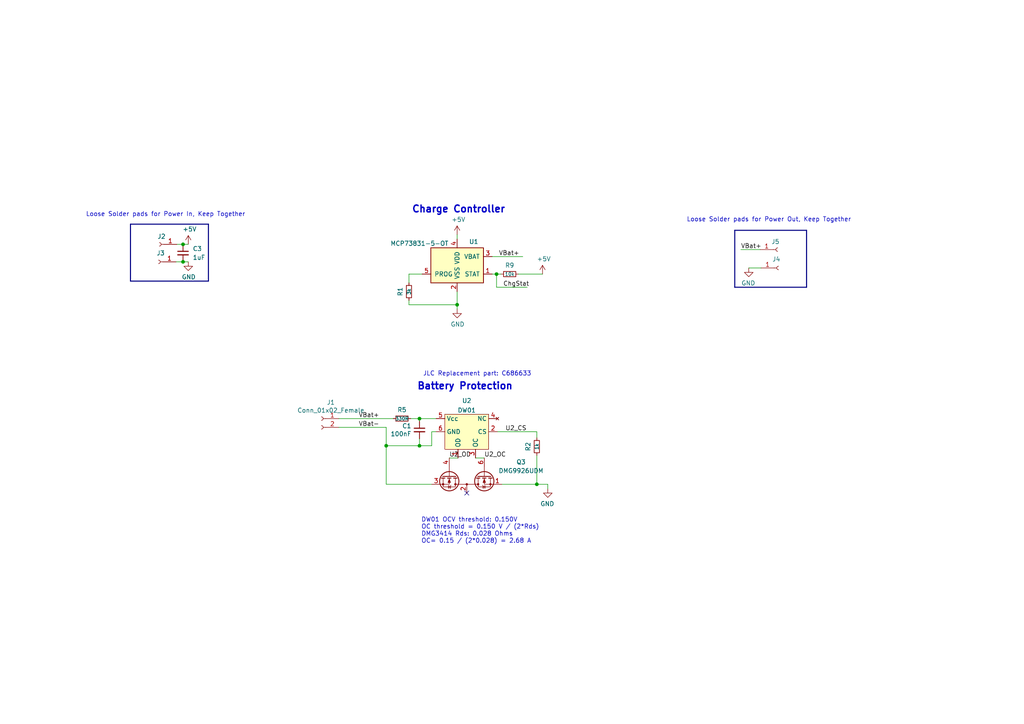
<source format=kicad_sch>
(kicad_sch (version 20230121) (generator eeschema)
  (paper "A4")
  (lib_symbols
    (symbol "Battery_Management:MCP73831-5-OT" (pin_names (offset 1.016))
      (property "Reference" "U" (at -7.62 6.35 0))
      (property "Value" "Battery_Management_MCP73831-5-OT" (at 1.27 6.35 0))
      (symbol "MCP73831-5-OT_0_1"
        (rectangle (start -7.62 5.08) (end 7.62 -5.08) (stroke (width 0.254)) (fill (type background)))
      )
      (symbol "MCP73831-5-OT_1_1"
        (pin output line (at 10.16 -2.54 180) (length 2.54) (name "STAT") (number "1"))
        (pin power_in line (at 0 -7.62 90) (length 2.54) (name "VSS") (number "2"))
        (pin power_out line (at 10.16 2.54 180) (length 2.54) (name "VBAT") (number "3"))
        (pin power_in line (at 0 7.62 270) (length 2.54) (name "VDD") (number "4"))
        (pin input line (at -10.16 -2.54 0) (length 2.54) (name "PROG") (number "5"))
      )
    )
    (symbol "C_Small_1" (pin_numbers hide) (pin_names (offset 0.254) hide)
      (property "Reference" "C" (at 0.254 1.778 0))
      (property "Value" "C_Small" (at 0.254 -2.032 0))
      (symbol "C_Small_1_0_1"
        (polyline (pts (xy -1.524 -0.508) (xy 1.524 -0.508)) (stroke (width 0.3302)))
        (polyline (pts (xy -1.524 0.508) (xy 1.524 0.508)) (stroke (width 0.3048)))
      )
      (symbol "C_Small_1_1_1"
        (pin passive line (at 0 2.54 270) (length 2.032) (name "~") (number "1"))
        (pin passive line (at 0 -2.54 90) (length 2.032) (name "~") (number "2"))
      )
    )
    (symbol "Connector:Conn_01x01_Socket" (pin_names (offset 1.016) hide)
      (property "Reference" "J" (at 0 2.54 0))
      (property "Value" "Conn_01x01_Socket" (at 0 -2.54 0))
      (symbol "Conn_01x01_Socket_1_1"
        (polyline (pts (xy -1.27 0) (xy -0.508 0)) (stroke (width 0.1524)))
        (arc (start 0 0.508) (mid -0.5058 0) (end 0 -0.508) (stroke (width 0.1524)))
        (pin passive line (at -5.08 0 0) (length 3.81) (name "Pin_1") (number "1"))
      )
    )
    (symbol "Connector:Conn_01x02_Female" (pin_names (offset 1.016) hide)
      (property "Reference" "J" (at 0 2.54 0))
      (property "Value" "Connector_Conn_01x02_Female" (at 0 -5.08 0))
      (symbol "Conn_01x02_Female_1_1"
        (arc (start 0 -2.032) (mid -0.5058 -2.54) (end 0 -3.048) (stroke (width 0.1524)))
        (polyline (pts (xy -1.27 -2.54) (xy -0.508 -2.54)) (stroke (width 0.1524)))
        (polyline (pts (xy -1.27 0) (xy -0.508 0)) (stroke (width 0.1524)))
        (arc (start 0 0.508) (mid -0.5058 0) (end 0 -0.508) (stroke (width 0.1524)))
        (pin passive line (at -5.08 0 0) (length 3.81) (name "Pin_1") (number "1"))
        (pin passive line (at -5.08 -2.54 0) (length 3.81) (name "Pin_2") (number "2"))
      )
    )
    (symbol "Device:C_Small" (pin_numbers hide) (pin_names (offset 0.254) hide)
      (property "Reference" "C" (at 0.254 1.778 0))
      (property "Value" "Device_C_Small" (at 0.254 -2.032 0))
      (symbol "C_Small_0_1"
        (polyline (pts (xy -1.524 -0.508) (xy 1.524 -0.508)) (stroke (width 0.3302)))
        (polyline (pts (xy -1.524 0.508) (xy 1.524 0.508)) (stroke (width 0.3048)))
      )
      (symbol "C_Small_1_1"
        (pin passive line (at 0 2.54 270) (length 2.032) (name "~") (number "1"))
        (pin passive line (at 0 -2.54 90) (length 2.032) (name "~") (number "2"))
      )
    )
    (symbol "Device:R_Small" (pin_numbers hide) (pin_names (offset 0.254) hide)
      (property "Reference" "R" (at 0.762 0.508 0))
      (property "Value" "Device_R_Small" (at 0.762 -1.016 0))
      (symbol "R_Small_0_1"
        (rectangle (start -0.762 1.778) (end 0.762 -1.778) (stroke (width 0.2032)))
      )
      (symbol "R_Small_1_1"
        (pin passive line (at 0 2.54 270) (length 0.762) (name "~") (number "1"))
        (pin passive line (at 0 -2.54 90) (length 0.762) (name "~") (number "2"))
      )
    )
    (symbol "TheKnobLib:DW01"
      (property "Reference" "U" (at 3.81 1.27 0))
      (property "Value" "DW01" (at -3.81 1.27 0))
      (symbol "DW01_0_1"
        (rectangle (start -6.35 0) (end 6.35 -10.16) (stroke (width 0.1524)) (fill (type background)))
      )
      (symbol "DW01_1_1"
        (pin output line (at -2.54 -12.7 90) (length 2.54) (name "OD") (number "1"))
        (pin input line (at 8.89 -5.08 180) (length 2.54) (name "CS") (number "2"))
        (pin output line (at 2.54 -12.7 90) (length 2.54) (name "OC") (number "3"))
        (pin no_connect line (at 8.89 -1.27 180) (length 2.54) (name "NC") (number "4"))
        (pin power_in line (at -8.89 -1.27 0) (length 2.54) (name "Vcc") (number "5"))
        (pin power_out line (at -8.89 -5.08 0) (length 2.54) (name "GND") (number "6"))
      )
    )
    (symbol "Transistor_FET:DMG9926UDM" (pin_names hide)
      (property "Reference" "Q" (at 2.54 3.175 0))
      (property "Value" "DMG9926UDM" (at 2.54 5.08 0))
      (symbol "DMG9926UDM_0_1"
        (circle (center -0.889 5.08) (radius 2.794) (stroke (width 0.254)))
        (polyline (pts (xy -2.286 3.175) (xy -2.286 6.985)) (stroke (width 0.254)))
        (polyline (pts (xy -2.286 5.08) (xy -5.08 5.08)))
        (polyline (pts (xy -1.778 2.794) (xy -1.778 3.81)) (stroke (width 0.254)))
        (polyline (pts (xy -1.778 4.572) (xy -1.778 5.588)) (stroke (width 0.254)))
        (polyline (pts (xy -1.778 6.35) (xy -1.778 7.366)) (stroke (width 0.254)))
        (polyline (pts (xy 0 -3.302) (xy 0 3.302)))
        (polyline (pts (xy 0 7.62) (xy 0 5.08) (xy -1.778 5.08)))
        (polyline (pts (xy -1.778 6.858) (xy 0.762 6.858) (xy 0.762 3.302) (xy -1.778 3.302)))
        (polyline (pts (xy -1.524 5.08) (xy -0.508 4.699) (xy -0.508 5.461) (xy -1.524 5.08)) (fill (type outline)))
        (polyline (pts (xy 0.254 4.572) (xy 0.381 4.699) (xy 1.143 4.699) (xy 1.27 4.826)))
        (polyline (pts (xy 0.762 4.699) (xy 0.381 5.334) (xy 1.143 5.334) (xy 0.762 4.699)))
        (circle (center 0 3.302) (radius 0.254) (fill (type outline)))
        (circle (center 0 6.858) (radius 0.254) (fill (type outline)))
      )
      (symbol "DMG9926UDM_1_1"
        (circle (center -0.889 -5.08) (radius 2.794) (stroke (width 0.254)))
        (circle (center 0 -6.858) (radius 0.254) (fill (type outline)))
        (circle (center 0 -3.302) (radius 0.254) (fill (type outline)))
        (polyline (pts (xy -2.286 -5.08) (xy -5.08 -5.08)))
        (polyline (pts (xy -2.286 -3.175) (xy -2.286 -6.985)) (stroke (width 0.254)))
        (polyline (pts (xy -1.778 -6.35) (xy -1.778 -7.366)) (stroke (width 0.254)))
        (polyline (pts (xy -1.778 -4.572) (xy -1.778 -5.588)) (stroke (width 0.254)))
        (polyline (pts (xy -1.778 -2.794) (xy -1.778 -3.81)) (stroke (width 0.254)))
        (polyline (pts (xy 0 -7.62) (xy 0 -5.08) (xy -1.778 -5.08)))
        (polyline (pts (xy -1.778 -6.858) (xy 0.762 -6.858) (xy 0.762 -3.302) (xy -1.778 -3.302)))
        (polyline (pts (xy -1.524 -5.08) (xy -0.508 -4.699) (xy -0.508 -5.461) (xy -1.524 -5.08)) (fill (type outline)))
        (polyline (pts (xy 0.254 -4.572) (xy 0.381 -4.699) (xy 1.143 -4.699) (xy 1.27 -4.826)))
        (polyline (pts (xy 0.762 -4.699) (xy 0.381 -5.334) (xy 1.143 -5.334) (xy 0.762 -4.699)))
        (circle (center 0 0) (radius 0.254) (fill (type outline)))
        (pin passive line (at 0 10.16 270) (length 2.54) (name "D1") (number "1"))
        (pin passive line (at 2.54 0 180) (length 2.54) (name "S1/D2") (number "2"))
        (pin passive line (at 0 -10.16 90) (length 2.54) (name "S2") (number "3"))
        (pin input line (at -7.62 -5.08 0) (length 2.54) (name "G2") (number "4"))
        (pin passive line (at 2.54 0 180) (length 2.54) hide (name "S1/D2") (number "5"))
        (pin input line (at -7.62 5.08 0) (length 2.54) (name "G1") (number "6"))
      )
    )
    (symbol "power:+5V" (power) (pin_names (offset 0))
      (property "Value" "power_+5V" (at 0 3.556 0))
      (symbol "+5V_0_1"
        (polyline (pts (xy -0.762 1.27) (xy 0 2.54)))
        (polyline (pts (xy 0 0) (xy 0 2.54)))
        (polyline (pts (xy 0 2.54) (xy 0.762 1.27)))
      )
      (symbol "+5V_1_1"
        (pin power_in line (at 0 0 90) (length 0) hide (name "+5V") (number "1"))
      )
    )
    (symbol "power:GND" (power) (pin_names (offset 0))
      (property "Value" "power_GND" (at 0 -3.81 0))
      (symbol "GND_0_1"
        (polyline (pts (xy 0 0) (xy 0 -1.27) (xy 1.27 -1.27) (xy 0 -2.54) (xy -1.27 -1.27) (xy 0 -1.27)))
      )
      (symbol "GND_1_1"
        (pin power_in line (at 0 0 270) (length 0) hide (name "GND") (number "1"))
      )
    )
  )
  (junction (at 121.666 121.412))
  (junction (at 53.086 70.866))
  (junction (at 53.086 75.946))
  (junction (at 144.018 79.502))
  (junction (at 155.702 140.462))
  (junction (at 132.588 88.392))
  (junction (at 112.014 129.286))
  (junction (at 121.666 129.286))
  (no_connect (at 135.382 143.002))
  (wire (pts (xy 121.666 127.254) (xy 121.666 129.286)))
  (bus (pts (xy 213.106 83.312) (xy 233.934 83.312)))
  (wire (pts (xy 112.014 140.462) (xy 125.222 140.462)))
  (wire (pts (xy 121.666 121.412) (xy 119.126 121.412)))
  (bus (pts (xy 37.846 65.024) (xy 37.846 81.534)))
  (wire (pts (xy 144.272 125.222) (xy 155.702 125.222)))
  (wire (pts (xy 122.428 79.502) (xy 118.618 79.502)))
  (wire (pts (xy 155.702 140.462) (xy 155.702 132.08)))
  (wire (pts (xy 51.054 75.946) (xy 53.086 75.946)))
  (wire (pts (xy 145.542 140.462) (xy 155.702 140.462)))
  (wire (pts (xy 121.666 121.412) (xy 126.492 121.412)))
  (wire (pts (xy 144.018 79.502) (xy 145.288 79.502)))
  (wire (pts (xy 112.014 129.286) (xy 121.666 129.286)))
  (wire (pts (xy 144.018 79.502) (xy 144.018 83.312)))
  (bus (pts (xy 60.452 65.024) (xy 60.452 81.534)))
  (bus (pts (xy 213.106 66.802) (xy 213.106 83.312)))
  (wire (pts (xy 132.588 69.342) (xy 132.588 68.072)))
  (wire (pts (xy 142.748 74.422) (xy 151.638 74.422)))
  (wire (pts (xy 132.588 84.582) (xy 132.588 88.392)))
  (wire (pts (xy 53.086 75.946) (xy 54.61 75.946)))
  (wire (pts (xy 155.702 140.462) (xy 158.877 140.462)))
  (bus (pts (xy 37.846 65.024) (xy 60.452 65.024)))
  (wire (pts (xy 130.302 132.842) (xy 132.842 132.842)))
  (wire (pts (xy 121.666 122.174) (xy 121.666 121.412)))
  (wire (pts (xy 220.726 77.724) (xy 217.17 77.724)))
  (wire (pts (xy 53.086 70.866) (xy 54.61 70.866)))
  (wire (pts (xy 51.308 70.866) (xy 53.086 70.866)))
  (wire (pts (xy 112.014 129.286) (xy 112.014 140.462)))
  (wire (pts (xy 112.014 123.952) (xy 112.014 129.286)))
  (wire (pts (xy 142.748 79.502) (xy 144.018 79.502)))
  (wire (pts (xy 144.018 83.312) (xy 152.908 83.312)))
  (wire (pts (xy 118.618 87.122) (xy 118.618 88.392)))
  (bus (pts (xy 233.934 66.802) (xy 233.934 83.312)))
  (wire (pts (xy 132.588 89.662) (xy 132.588 88.392)))
  (wire (pts (xy 98.298 121.412) (xy 114.046 121.412)))
  (wire (pts (xy 150.368 79.502) (xy 157.353 79.502)))
  (wire (pts (xy 137.922 132.842) (xy 140.462 132.842)))
  (wire (pts (xy 125.222 125.222) (xy 125.222 129.286)))
  (wire (pts (xy 125.222 129.286) (xy 121.666 129.286)))
  (wire (pts (xy 126.492 125.222) (xy 125.222 125.222)))
  (wire (pts (xy 98.298 123.952) (xy 112.014 123.952)))
  (wire (pts (xy 155.702 127) (xy 155.702 125.222)))
  (bus (pts (xy 233.934 66.802) (xy 213.106 66.802)))
  (bus (pts (xy 60.452 81.534) (xy 37.846 81.534)))
  (wire (pts (xy 118.618 79.502) (xy 118.618 82.042)))
  (wire (pts (xy 158.877 141.732) (xy 158.877 140.462)))
  (wire (pts (xy 214.884 72.39) (xy 220.472 72.39)))
  (wire (pts (xy 118.618 88.392) (xy 132.588 88.392)))
  (text "Loose Solder pads for Power In, Keep Together" (at 24.892 62.992 0) (effects (font (size 1.27 1.27)) (justify left bottom)))
  (text "Loose Solder pads for Power Out, Keep Together" (at 246.888 64.516 0) (effects (font (size 1.27 1.27)) (justify right bottom)))
  (text "Charge Controller" (at 119.38 61.976 0) (effects (font (size 2 2) bold) (justify left bottom)))
  (text "Battery Protection" (at 120.904 113.284 0) (effects (font (size 2 2) (thickness 0.4) bold) (justify left bottom)))
  (text "DW01 OCV threshold: 0.150V\nOC threshold = 0.150 V / (2*Rds)\nDMG3414 Rds: 0.028 Ohms\nOC= 0.15 / (2*0.028) = 2.68 A" (at 122.174 157.734 0) (effects (font (size 1.27 1.27)) (justify left bottom)))
  (text "JLC Replacement part: C686633" (at 122.682 109.22 0) (effects (font (size 1.27 1.27)) (justify left bottom)))
  (label "U2_OD" (at 130.302 132.842 0))
  (label "VBat+" (at 104.013 121.412 0))
  (label "VBat+" (at 214.884 72.39 0))
  (label "U2_OC" (at 140.462 132.842 0))
  (label "VBat-" (at 104.013 123.952 0))
  (label "ChgStat" (at 145.923 83.312 0))
  (label "U2_CS" (at 146.558 125.222 0))
  (label "VBat+" (at 144.653 74.422 0))
  (symbol (lib_id "Connector:Conn_01x02_Female") (at 93.218 121.412 0) (mirror y) (unit 1)
    (property "Reference" "J1" (at 95.9612 116.713 0))
    (property "Value" "Conn_01x02_Female" (at 95.9612 119.0244 0))
    (property "Footprint" "Connector_JST:JST_PH_S2B-PH-SM4-TB_1x02-1MP_P2.00mm_Horizontal" (effects hide))
  )
  (symbol (lib_id "Battery_Management:MCP73831-5-OT") (at 132.588 76.962 0) (unit 1)
    (property "Reference" "U1" (at 137.414 70.104 0))
    (property "Value" "MCP73831-5-OT" (at 121.666 70.612 0))
    (property "Footprint" "Package_TO_SOT_SMD:SOT-23-5" (effects hide))
    (property "Datasheet" "http://ww1.microchip.com/downloads/en/DeviceDoc/20001984g.pdf" (effects hide))
  )
  (symbol (lib_id "Device:R_Small") (at 118.618 84.582 180) (unit 1)
    (property "Reference" "R1" (at 116.078 84.582 90))
    (property "Value" "3k" (at 118.618 84.582 90) (effects (font (size 0.9906 0.9906))))
    (property "Footprint" "Resistor_SMD:R_0603_1608Metric" (effects hide))
  )
  (symbol (lib_id "power:+5V") (at 132.588 68.072 0) (unit 1)
    (property "Reference" "#PWR02" (effects hide))
    (property "Value" "+5V" (at 132.969 63.6778 0))
  )
  (symbol (lib_id "power:GND") (at 132.588 89.662 0) (unit 1)
    (property "Reference" "#PWR03" (effects hide))
    (property "Value" "GND" (at 132.715 94.0562 0))
  )
  (symbol (lib_id "Device:R_Small") (at 147.828 79.502 90) (unit 1)
    (property "Reference" "R9" (at 147.828 76.962 90))
    (property "Value" "10k" (at 147.828 79.502 90) (effects (font (size 0.9906 0.9906))))
    (property "Footprint" "Resistor_SMD:R_0603_1608Metric" (effects hide))
  )
  (symbol (lib_id "power:+5V") (at 157.353 79.502 0) (unit 1)
    (property "Reference" "#PWR06" (effects hide))
    (property "Value" "+5V" (at 157.734 75.1078 0))
  )
  (symbol (lib_id "power:GND") (at 158.877 141.732 0) (mirror y) (unit 1)
    (property "Reference" "#PWR07" (effects hide))
    (property "Value" "GND" (at 158.75 146.1262 0))
  )
  (symbol (lib_id "Device:R_Small") (at 116.586 121.412 270) (mirror x) (unit 1)
    (property "Reference" "R5" (at 116.586 118.872 90))
    (property "Value" "330R" (at 116.586 121.412 90) (effects (font (size 0.9906 0.9906))))
    (property "Footprint" "Resistor_SMD:R_0603_1608Metric" (effects hide))
  )
  (symbol (lib_id "Device:C_Small") (at 121.666 124.714 0) (mirror y) (unit 1)
    (property "Reference" "C1" (at 119.3292 123.5456 0) (effects (justify left)))
    (property "Value" "100nF" (at 119.3292 125.857 0) (effects (justify left)))
    (property "Footprint" "Capacitor_SMD:C_0603_1608Metric" (effects hide))
  )
  (symbol (lib_id "Device:R_Small") (at 155.702 129.54 0) (mirror y) (unit 1)
    (property "Reference" "R2" (at 153.162 129.54 90))
    (property "Value" "1k" (at 155.702 129.54 90) (effects (font (size 0.9906 0.9906))))
    (property "Footprint" "Resistor_SMD:R_0603_1608Metric" (effects hide))
  )
  (symbol (lib_id "TheKnobLib:DW01") (at 135.382 120.142 0) (unit 1)
    (property "Reference" "U2" (at 135.382 116.2262 0))
    (property "Value" "DW01" (at 135.382 119.0013 0))
    (property "Footprint" "Package_TO_SOT_SMD:SOT-23-6" (effects hide))
    (property "Datasheet" "https://datasheet.lcsc.com/lcsc/2007091535_PJSEMI-DW01_C686633.pdf" (effects hide))
  )
  (symbol (lib_id "Connector:Conn_01x01_Socket") (at 225.806 77.724 0) (unit 1)
    (property "Reference" "J4" (at 225.171 75.184 0))
    (property "Value" "Conn_01x01_Socket" (effects hide))
    (property "Footprint" "TestPoint:TestPoint_Pad_2.0x2.0mm" (effects hide))
  )
  (symbol (lib_id "Connector:Conn_01x01_Socket") (at 225.552 72.39 0) (unit 1)
    (property "Reference" "J5" (at 224.917 70.104 0))
    (property "Value" "Conn_01x01_Socket" (effects hide))
    (property "Footprint" "TestPoint:TestPoint_Pad_2.0x2.0mm" (effects hide))
  )
  (symbol (lib_id "power:+5V") (at 54.61 70.866 0) (unit 1)
    (property "Reference" "#PWR01" (effects hide))
    (property "Value" "+5V" (at 54.991 66.4718 0))
  )
  (symbol (lib_name "C_Small_1") (lib_id "Device:C_Small") (at 53.086 73.406 0) (unit 1)
    (property "Reference" "C3" (at 55.88 72.1423 0) (effects (justify left)))
    (property "Value" "1uF" (at 55.88 74.6823 0) (effects (justify left)))
    (property "Footprint" "Capacitor_SMD:C_0603_1608Metric" (effects hide))
  )
  (symbol (lib_id "Connector:Conn_01x01_Socket") (at 45.974 75.946 0) (mirror y) (unit 1)
    (property "Reference" "J3" (at 46.609 73.406 0))
    (property "Value" "Conn_01x01_Socket" (effects hide))
    (property "Footprint" "TestPoint:TestPoint_Pad_2.0x2.0mm" (effects hide))
  )
  (symbol (lib_id "power:GND") (at 217.17 77.724 0) (mirror y) (unit 1)
    (property "Reference" "#PWR08" (effects hide))
    (property "Value" "GND" (at 217.043 82.1182 0))
  )
  (symbol (lib_id "Connector:Conn_01x01_Socket") (at 46.228 70.866 0) (mirror y) (unit 1)
    (property "Reference" "J2" (at 46.863 68.58 0))
    (property "Value" "Conn_01x01_Socket" (effects hide))
    (property "Footprint" "TestPoint:TestPoint_Pad_2.0x2.0mm" (effects hide))
  )
  (symbol (lib_id "power:GND") (at 54.61 75.946 0) (unit 1)
    (property "Reference" "#PWR04" (effects hide))
    (property "Value" "GND" (at 54.737 80.3402 0))
  )
  (symbol (lib_id "Transistor_FET:DMG9926UDM") (at 135.382 140.462 270) (unit 1)
    (property "Reference" "Q3" (at 151.13 134.0103 90))
    (property "Value" "DMG9926UDM" (at 151.13 136.5503 90))
    (property "Footprint" "Package_TO_SOT_SMD:SOT-23-6" (effects hide))
    (property "Datasheet" "https://www.diodes.com/assets/Datasheets/ds31770.pdf" (effects hide))
  )
)
</source>
